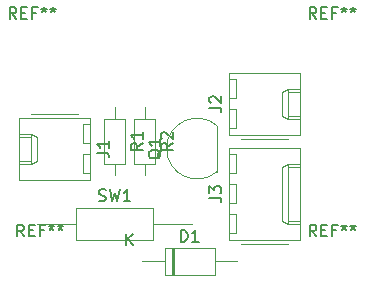
<source format=gbr>
G04 #@! TF.GenerationSoftware,KiCad,Pcbnew,5.1.5+dfsg1-2build2*
G04 #@! TF.CreationDate,2020-11-02T22:05:37+01:00*
G04 #@! TF.ProjectId,lighthouse,6c696768-7468-46f7-9573-652e6b696361,rev?*
G04 #@! TF.SameCoordinates,PX31a8670PY2c35238*
G04 #@! TF.FileFunction,Legend,Top*
G04 #@! TF.FilePolarity,Positive*
%FSLAX46Y46*%
G04 Gerber Fmt 4.6, Leading zero omitted, Abs format (unit mm)*
G04 Created by KiCad (PCBNEW 5.1.5+dfsg1-2build2) date 2020-11-02 22:05:37*
%MOMM*%
%LPD*%
G04 APERTURE LIST*
%ADD10C,0.120000*%
%ADD11C,0.150000*%
G04 APERTURE END LIST*
D10*
X13755000Y-19200000D02*
X13755000Y-21440000D01*
X13755000Y-21440000D02*
X17995000Y-21440000D01*
X17995000Y-21440000D02*
X17995000Y-19200000D01*
X17995000Y-19200000D02*
X13755000Y-19200000D01*
X11835000Y-20320000D02*
X13755000Y-20320000D01*
X19915000Y-20320000D02*
X17995000Y-20320000D01*
X14475000Y-19200000D02*
X14475000Y-21440000D01*
X14595000Y-19200000D02*
X14595000Y-21440000D01*
X14355000Y-19200000D02*
X14355000Y-21440000D01*
X7475000Y-8145000D02*
X1455000Y-8145000D01*
X1455000Y-8145000D02*
X1455000Y-13445000D01*
X1455000Y-13445000D02*
X7475000Y-13445000D01*
X7475000Y-13445000D02*
X7475000Y-8145000D01*
X6445000Y-7855000D02*
X2445000Y-7855000D01*
X1455000Y-9525000D02*
X2455000Y-9525000D01*
X2455000Y-9525000D02*
X2455000Y-12065000D01*
X2455000Y-12065000D02*
X1455000Y-12065000D01*
X2455000Y-9525000D02*
X2985000Y-9775000D01*
X2985000Y-9775000D02*
X2985000Y-11815000D01*
X2985000Y-11815000D02*
X2455000Y-12065000D01*
X1455000Y-9775000D02*
X2455000Y-9775000D01*
X1455000Y-11815000D02*
X2455000Y-11815000D01*
X7475000Y-8725000D02*
X6875000Y-8725000D01*
X6875000Y-8725000D02*
X6875000Y-10325000D01*
X6875000Y-10325000D02*
X7475000Y-10325000D01*
X7475000Y-11265000D02*
X6875000Y-11265000D01*
X6875000Y-11265000D02*
X6875000Y-12865000D01*
X6875000Y-12865000D02*
X7475000Y-12865000D01*
X19795000Y-4915000D02*
X19195000Y-4915000D01*
X19795000Y-6515000D02*
X19795000Y-4915000D01*
X19195000Y-6515000D02*
X19795000Y-6515000D01*
X19795000Y-7455000D02*
X19195000Y-7455000D01*
X19795000Y-9055000D02*
X19795000Y-7455000D01*
X19195000Y-9055000D02*
X19795000Y-9055000D01*
X25215000Y-5965000D02*
X24215000Y-5965000D01*
X25215000Y-8005000D02*
X24215000Y-8005000D01*
X23685000Y-5965000D02*
X24215000Y-5715000D01*
X23685000Y-8005000D02*
X23685000Y-5965000D01*
X24215000Y-8255000D02*
X23685000Y-8005000D01*
X24215000Y-5715000D02*
X25215000Y-5715000D01*
X24215000Y-8255000D02*
X24215000Y-5715000D01*
X25215000Y-8255000D02*
X24215000Y-8255000D01*
X20225000Y-9925000D02*
X24225000Y-9925000D01*
X19195000Y-4335000D02*
X19195000Y-9635000D01*
X25215000Y-4335000D02*
X19195000Y-4335000D01*
X25215000Y-9635000D02*
X25215000Y-4335000D01*
X19195000Y-9635000D02*
X25215000Y-9635000D01*
X19195000Y-18525000D02*
X25215000Y-18525000D01*
X25215000Y-18525000D02*
X25215000Y-10685000D01*
X25215000Y-10685000D02*
X19195000Y-10685000D01*
X19195000Y-10685000D02*
X19195000Y-18525000D01*
X20225000Y-18815000D02*
X24225000Y-18815000D01*
X25215000Y-17145000D02*
X24215000Y-17145000D01*
X24215000Y-17145000D02*
X24215000Y-12065000D01*
X24215000Y-12065000D02*
X25215000Y-12065000D01*
X24215000Y-17145000D02*
X23685000Y-16895000D01*
X23685000Y-16895000D02*
X23685000Y-12315000D01*
X23685000Y-12315000D02*
X24215000Y-12065000D01*
X25215000Y-16895000D02*
X24215000Y-16895000D01*
X25215000Y-12315000D02*
X24215000Y-12315000D01*
X19195000Y-17945000D02*
X19795000Y-17945000D01*
X19795000Y-17945000D02*
X19795000Y-16345000D01*
X19795000Y-16345000D02*
X19195000Y-16345000D01*
X19195000Y-15405000D02*
X19795000Y-15405000D01*
X19795000Y-15405000D02*
X19795000Y-13805000D01*
X19795000Y-13805000D02*
X19195000Y-13805000D01*
X19195000Y-12865000D02*
X19795000Y-12865000D01*
X19795000Y-12865000D02*
X19795000Y-11265000D01*
X19795000Y-11265000D02*
X19195000Y-11265000D01*
X9525000Y-13030000D02*
X9525000Y-12080000D01*
X9525000Y-7290000D02*
X9525000Y-8240000D01*
X10445000Y-12080000D02*
X10445000Y-8240000D01*
X8605000Y-12080000D02*
X10445000Y-12080000D01*
X8605000Y-8240000D02*
X8605000Y-12080000D01*
X10445000Y-8240000D02*
X8605000Y-8240000D01*
X12985000Y-8240000D02*
X11145000Y-8240000D01*
X11145000Y-8240000D02*
X11145000Y-12080000D01*
X11145000Y-12080000D02*
X12985000Y-12080000D01*
X12985000Y-12080000D02*
X12985000Y-8240000D01*
X12065000Y-7290000D02*
X12065000Y-8240000D01*
X12065000Y-13030000D02*
X12065000Y-12080000D01*
X18210000Y-12715000D02*
X18210000Y-8865000D01*
X18200122Y-8826389D02*
G75*
G03X18210000Y-12715000I-1690122J-1948611D01*
G01*
X6255000Y-15775000D02*
X6255000Y-18515000D01*
X6255000Y-18515000D02*
X12795000Y-18515000D01*
X12795000Y-18515000D02*
X12795000Y-15775000D01*
X12795000Y-15775000D02*
X6255000Y-15775000D01*
X2945000Y-17145000D02*
X6255000Y-17145000D01*
X16105000Y-17145000D02*
X12795000Y-17145000D01*
D11*
X26606666Y-18207380D02*
X26273333Y-17731190D01*
X26035238Y-18207380D02*
X26035238Y-17207380D01*
X26416190Y-17207380D01*
X26511428Y-17255000D01*
X26559047Y-17302619D01*
X26606666Y-17397857D01*
X26606666Y-17540714D01*
X26559047Y-17635952D01*
X26511428Y-17683571D01*
X26416190Y-17731190D01*
X26035238Y-17731190D01*
X27035238Y-17683571D02*
X27368571Y-17683571D01*
X27511428Y-18207380D02*
X27035238Y-18207380D01*
X27035238Y-17207380D01*
X27511428Y-17207380D01*
X28273333Y-17683571D02*
X27940000Y-17683571D01*
X27940000Y-18207380D02*
X27940000Y-17207380D01*
X28416190Y-17207380D01*
X28940000Y-17207380D02*
X28940000Y-17445476D01*
X28701904Y-17350238D02*
X28940000Y-17445476D01*
X29178095Y-17350238D01*
X28797142Y-17635952D02*
X28940000Y-17445476D01*
X29082857Y-17635952D01*
X29701904Y-17207380D02*
X29701904Y-17445476D01*
X29463809Y-17350238D02*
X29701904Y-17445476D01*
X29940000Y-17350238D01*
X29559047Y-17635952D02*
X29701904Y-17445476D01*
X29844761Y-17635952D01*
X1841666Y-18207380D02*
X1508333Y-17731190D01*
X1270238Y-18207380D02*
X1270238Y-17207380D01*
X1651190Y-17207380D01*
X1746428Y-17255000D01*
X1794047Y-17302619D01*
X1841666Y-17397857D01*
X1841666Y-17540714D01*
X1794047Y-17635952D01*
X1746428Y-17683571D01*
X1651190Y-17731190D01*
X1270238Y-17731190D01*
X2270238Y-17683571D02*
X2603571Y-17683571D01*
X2746428Y-18207380D02*
X2270238Y-18207380D01*
X2270238Y-17207380D01*
X2746428Y-17207380D01*
X3508333Y-17683571D02*
X3175000Y-17683571D01*
X3175000Y-18207380D02*
X3175000Y-17207380D01*
X3651190Y-17207380D01*
X4175000Y-17207380D02*
X4175000Y-17445476D01*
X3936904Y-17350238D02*
X4175000Y-17445476D01*
X4413095Y-17350238D01*
X4032142Y-17635952D02*
X4175000Y-17445476D01*
X4317857Y-17635952D01*
X4936904Y-17207380D02*
X4936904Y-17445476D01*
X4698809Y-17350238D02*
X4936904Y-17445476D01*
X5175000Y-17350238D01*
X4794047Y-17635952D02*
X4936904Y-17445476D01*
X5079761Y-17635952D01*
X1206666Y207620D02*
X873333Y683810D01*
X635238Y207620D02*
X635238Y1207620D01*
X1016190Y1207620D01*
X1111428Y1160000D01*
X1159047Y1112381D01*
X1206666Y1017143D01*
X1206666Y874286D01*
X1159047Y779048D01*
X1111428Y731429D01*
X1016190Y683810D01*
X635238Y683810D01*
X1635238Y731429D02*
X1968571Y731429D01*
X2111428Y207620D02*
X1635238Y207620D01*
X1635238Y1207620D01*
X2111428Y1207620D01*
X2873333Y731429D02*
X2540000Y731429D01*
X2540000Y207620D02*
X2540000Y1207620D01*
X3016190Y1207620D01*
X3540000Y1207620D02*
X3540000Y969524D01*
X3301904Y1064762D02*
X3540000Y969524D01*
X3778095Y1064762D01*
X3397142Y779048D02*
X3540000Y969524D01*
X3682857Y779048D01*
X4301904Y1207620D02*
X4301904Y969524D01*
X4063809Y1064762D02*
X4301904Y969524D01*
X4540000Y1064762D01*
X4159047Y779048D02*
X4301904Y969524D01*
X4444761Y779048D01*
X26606666Y207620D02*
X26273333Y683810D01*
X26035238Y207620D02*
X26035238Y1207620D01*
X26416190Y1207620D01*
X26511428Y1160000D01*
X26559047Y1112381D01*
X26606666Y1017143D01*
X26606666Y874286D01*
X26559047Y779048D01*
X26511428Y731429D01*
X26416190Y683810D01*
X26035238Y683810D01*
X27035238Y731429D02*
X27368571Y731429D01*
X27511428Y207620D02*
X27035238Y207620D01*
X27035238Y1207620D01*
X27511428Y1207620D01*
X28273333Y731429D02*
X27940000Y731429D01*
X27940000Y207620D02*
X27940000Y1207620D01*
X28416190Y1207620D01*
X28940000Y1207620D02*
X28940000Y969524D01*
X28701904Y1064762D02*
X28940000Y969524D01*
X29178095Y1064762D01*
X28797142Y779048D02*
X28940000Y969524D01*
X29082857Y779048D01*
X29701904Y1207620D02*
X29701904Y969524D01*
X29463809Y1064762D02*
X29701904Y969524D01*
X29940000Y1064762D01*
X29559047Y779048D02*
X29701904Y969524D01*
X29844761Y779048D01*
X15136904Y-18652380D02*
X15136904Y-17652380D01*
X15375000Y-17652380D01*
X15517857Y-17700000D01*
X15613095Y-17795238D01*
X15660714Y-17890476D01*
X15708333Y-18080952D01*
X15708333Y-18223809D01*
X15660714Y-18414285D01*
X15613095Y-18509523D01*
X15517857Y-18604761D01*
X15375000Y-18652380D01*
X15136904Y-18652380D01*
X16660714Y-18652380D02*
X16089285Y-18652380D01*
X16375000Y-18652380D02*
X16375000Y-17652380D01*
X16279761Y-17795238D01*
X16184523Y-17890476D01*
X16089285Y-17938095D01*
X10533095Y-18972380D02*
X10533095Y-17972380D01*
X11104523Y-18972380D02*
X10675952Y-18400952D01*
X11104523Y-17972380D02*
X10533095Y-18543809D01*
X8017380Y-11128333D02*
X8731666Y-11128333D01*
X8874523Y-11175952D01*
X8969761Y-11271190D01*
X9017380Y-11414047D01*
X9017380Y-11509285D01*
X9017380Y-10128333D02*
X9017380Y-10699761D01*
X9017380Y-10414047D02*
X8017380Y-10414047D01*
X8160238Y-10509285D01*
X8255476Y-10604523D01*
X8303095Y-10699761D01*
X17557380Y-7318333D02*
X18271666Y-7318333D01*
X18414523Y-7365952D01*
X18509761Y-7461190D01*
X18557380Y-7604047D01*
X18557380Y-7699285D01*
X17652619Y-6889761D02*
X17605000Y-6842142D01*
X17557380Y-6746904D01*
X17557380Y-6508809D01*
X17605000Y-6413571D01*
X17652619Y-6365952D01*
X17747857Y-6318333D01*
X17843095Y-6318333D01*
X17985952Y-6365952D01*
X18557380Y-6937380D01*
X18557380Y-6318333D01*
X17557380Y-14938333D02*
X18271666Y-14938333D01*
X18414523Y-14985952D01*
X18509761Y-15081190D01*
X18557380Y-15224047D01*
X18557380Y-15319285D01*
X17557380Y-14557380D02*
X17557380Y-13938333D01*
X17938333Y-14271666D01*
X17938333Y-14128809D01*
X17985952Y-14033571D01*
X18033571Y-13985952D01*
X18128809Y-13938333D01*
X18366904Y-13938333D01*
X18462142Y-13985952D01*
X18509761Y-14033571D01*
X18557380Y-14128809D01*
X18557380Y-14414523D01*
X18509761Y-14509761D01*
X18462142Y-14557380D01*
X11897380Y-10326666D02*
X11421190Y-10660000D01*
X11897380Y-10898095D02*
X10897380Y-10898095D01*
X10897380Y-10517142D01*
X10945000Y-10421904D01*
X10992619Y-10374285D01*
X11087857Y-10326666D01*
X11230714Y-10326666D01*
X11325952Y-10374285D01*
X11373571Y-10421904D01*
X11421190Y-10517142D01*
X11421190Y-10898095D01*
X11897380Y-9374285D02*
X11897380Y-9945714D01*
X11897380Y-9660000D02*
X10897380Y-9660000D01*
X11040238Y-9755238D01*
X11135476Y-9850476D01*
X11183095Y-9945714D01*
X14437380Y-10326666D02*
X13961190Y-10660000D01*
X14437380Y-10898095D02*
X13437380Y-10898095D01*
X13437380Y-10517142D01*
X13485000Y-10421904D01*
X13532619Y-10374285D01*
X13627857Y-10326666D01*
X13770714Y-10326666D01*
X13865952Y-10374285D01*
X13913571Y-10421904D01*
X13961190Y-10517142D01*
X13961190Y-10898095D01*
X13532619Y-9945714D02*
X13485000Y-9898095D01*
X13437380Y-9802857D01*
X13437380Y-9564761D01*
X13485000Y-9469523D01*
X13532619Y-9421904D01*
X13627857Y-9374285D01*
X13723095Y-9374285D01*
X13865952Y-9421904D01*
X14437380Y-9993333D01*
X14437380Y-9374285D01*
X13497619Y-10870238D02*
X13450000Y-10965476D01*
X13354761Y-11060714D01*
X13211904Y-11203571D01*
X13164285Y-11298809D01*
X13164285Y-11394047D01*
X13402380Y-11346428D02*
X13354761Y-11441666D01*
X13259523Y-11536904D01*
X13069047Y-11584523D01*
X12735714Y-11584523D01*
X12545238Y-11536904D01*
X12450000Y-11441666D01*
X12402380Y-11346428D01*
X12402380Y-11155952D01*
X12450000Y-11060714D01*
X12545238Y-10965476D01*
X12735714Y-10917857D01*
X13069047Y-10917857D01*
X13259523Y-10965476D01*
X13354761Y-11060714D01*
X13402380Y-11155952D01*
X13402380Y-11346428D01*
X13402380Y-9965476D02*
X13402380Y-10536904D01*
X13402380Y-10251190D02*
X12402380Y-10251190D01*
X12545238Y-10346428D01*
X12640476Y-10441666D01*
X12688095Y-10536904D01*
X8191666Y-15179761D02*
X8334523Y-15227380D01*
X8572619Y-15227380D01*
X8667857Y-15179761D01*
X8715476Y-15132142D01*
X8763095Y-15036904D01*
X8763095Y-14941666D01*
X8715476Y-14846428D01*
X8667857Y-14798809D01*
X8572619Y-14751190D01*
X8382142Y-14703571D01*
X8286904Y-14655952D01*
X8239285Y-14608333D01*
X8191666Y-14513095D01*
X8191666Y-14417857D01*
X8239285Y-14322619D01*
X8286904Y-14275000D01*
X8382142Y-14227380D01*
X8620238Y-14227380D01*
X8763095Y-14275000D01*
X9096428Y-14227380D02*
X9334523Y-15227380D01*
X9525000Y-14513095D01*
X9715476Y-15227380D01*
X9953571Y-14227380D01*
X10858333Y-15227380D02*
X10286904Y-15227380D01*
X10572619Y-15227380D02*
X10572619Y-14227380D01*
X10477380Y-14370238D01*
X10382142Y-14465476D01*
X10286904Y-14513095D01*
M02*

</source>
